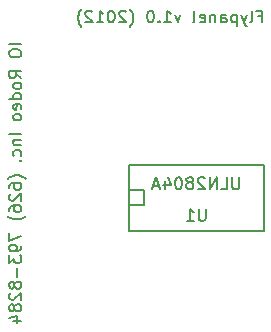
<source format=gbo>
G04 (created by PCBNEW-RS274X (2011-05-25)-stable) date Thu 13 Sep 2012 05:18:50 PM PDT*
G01*
G70*
G90*
%MOIN*%
G04 Gerber Fmt 3.4, Leading zero omitted, Abs format*
%FSLAX34Y34*%
G04 APERTURE LIST*
%ADD10C,0.006000*%
%ADD11C,0.007900*%
%ADD12C,0.008000*%
G04 APERTURE END LIST*
G54D10*
G54D11*
X40316Y-28448D02*
X39922Y-28448D01*
X39922Y-28711D02*
X39922Y-28786D01*
X39941Y-28823D01*
X39979Y-28861D01*
X40054Y-28880D01*
X40185Y-28880D01*
X40260Y-28861D01*
X40298Y-28823D01*
X40316Y-28786D01*
X40316Y-28711D01*
X40298Y-28673D01*
X40260Y-28636D01*
X40185Y-28617D01*
X40054Y-28617D01*
X39979Y-28636D01*
X39941Y-28673D01*
X39922Y-28711D01*
X40316Y-29574D02*
X40129Y-29443D01*
X40316Y-29349D02*
X39922Y-29349D01*
X39922Y-29499D01*
X39941Y-29536D01*
X39960Y-29555D01*
X39998Y-29574D01*
X40054Y-29574D01*
X40091Y-29555D01*
X40110Y-29536D01*
X40129Y-29499D01*
X40129Y-29349D01*
X40316Y-29799D02*
X40298Y-29762D01*
X40279Y-29743D01*
X40241Y-29724D01*
X40129Y-29724D01*
X40091Y-29743D01*
X40073Y-29762D01*
X40054Y-29799D01*
X40054Y-29855D01*
X40073Y-29893D01*
X40091Y-29912D01*
X40129Y-29930D01*
X40241Y-29930D01*
X40279Y-29912D01*
X40298Y-29893D01*
X40316Y-29855D01*
X40316Y-29799D01*
X40316Y-30268D02*
X39922Y-30268D01*
X40298Y-30268D02*
X40316Y-30230D01*
X40316Y-30155D01*
X40298Y-30118D01*
X40279Y-30099D01*
X40241Y-30080D01*
X40129Y-30080D01*
X40091Y-30099D01*
X40073Y-30118D01*
X40054Y-30155D01*
X40054Y-30230D01*
X40073Y-30268D01*
X40298Y-30605D02*
X40316Y-30567D01*
X40316Y-30492D01*
X40298Y-30455D01*
X40260Y-30436D01*
X40110Y-30436D01*
X40073Y-30455D01*
X40054Y-30492D01*
X40054Y-30567D01*
X40073Y-30605D01*
X40110Y-30624D01*
X40148Y-30624D01*
X40185Y-30436D01*
X40316Y-30849D02*
X40298Y-30812D01*
X40279Y-30793D01*
X40241Y-30774D01*
X40129Y-30774D01*
X40091Y-30793D01*
X40073Y-30812D01*
X40054Y-30849D01*
X40054Y-30905D01*
X40073Y-30943D01*
X40091Y-30962D01*
X40129Y-30980D01*
X40241Y-30980D01*
X40279Y-30962D01*
X40298Y-30943D01*
X40316Y-30905D01*
X40316Y-30849D01*
X40316Y-31449D02*
X39922Y-31449D01*
X40054Y-31637D02*
X40316Y-31637D01*
X40091Y-31637D02*
X40073Y-31656D01*
X40054Y-31693D01*
X40054Y-31749D01*
X40073Y-31787D01*
X40110Y-31806D01*
X40316Y-31806D01*
X40298Y-32162D02*
X40316Y-32124D01*
X40316Y-32049D01*
X40298Y-32012D01*
X40279Y-31993D01*
X40241Y-31974D01*
X40129Y-31974D01*
X40091Y-31993D01*
X40073Y-32012D01*
X40054Y-32049D01*
X40054Y-32124D01*
X40073Y-32162D01*
X40279Y-32331D02*
X40298Y-32350D01*
X40316Y-32331D01*
X40298Y-32312D01*
X40279Y-32331D01*
X40316Y-32331D01*
X40467Y-32931D02*
X40448Y-32913D01*
X40392Y-32875D01*
X40354Y-32856D01*
X40298Y-32838D01*
X40204Y-32819D01*
X40129Y-32819D01*
X40035Y-32838D01*
X39979Y-32856D01*
X39941Y-32875D01*
X39885Y-32913D01*
X39866Y-32931D01*
X39922Y-33251D02*
X39922Y-33176D01*
X39941Y-33138D01*
X39960Y-33119D01*
X40016Y-33082D01*
X40091Y-33063D01*
X40241Y-33063D01*
X40279Y-33082D01*
X40298Y-33101D01*
X40316Y-33138D01*
X40316Y-33213D01*
X40298Y-33251D01*
X40279Y-33269D01*
X40241Y-33288D01*
X40148Y-33288D01*
X40110Y-33269D01*
X40091Y-33251D01*
X40073Y-33213D01*
X40073Y-33138D01*
X40091Y-33101D01*
X40110Y-33082D01*
X40148Y-33063D01*
X39960Y-33438D02*
X39941Y-33457D01*
X39922Y-33494D01*
X39922Y-33588D01*
X39941Y-33626D01*
X39960Y-33644D01*
X39998Y-33663D01*
X40035Y-33663D01*
X40091Y-33644D01*
X40316Y-33419D01*
X40316Y-33663D01*
X39922Y-34001D02*
X39922Y-33926D01*
X39941Y-33888D01*
X39960Y-33869D01*
X40016Y-33832D01*
X40091Y-33813D01*
X40241Y-33813D01*
X40279Y-33832D01*
X40298Y-33851D01*
X40316Y-33888D01*
X40316Y-33963D01*
X40298Y-34001D01*
X40279Y-34019D01*
X40241Y-34038D01*
X40148Y-34038D01*
X40110Y-34019D01*
X40091Y-34001D01*
X40073Y-33963D01*
X40073Y-33888D01*
X40091Y-33851D01*
X40110Y-33832D01*
X40148Y-33813D01*
X40467Y-34169D02*
X40448Y-34188D01*
X40392Y-34226D01*
X40354Y-34244D01*
X40298Y-34263D01*
X40204Y-34282D01*
X40129Y-34282D01*
X40035Y-34263D01*
X39979Y-34244D01*
X39941Y-34226D01*
X39885Y-34188D01*
X39866Y-34169D01*
X39922Y-34732D02*
X39922Y-34995D01*
X40316Y-34826D01*
X40316Y-35164D02*
X40316Y-35239D01*
X40298Y-35276D01*
X40279Y-35295D01*
X40223Y-35332D01*
X40148Y-35351D01*
X39998Y-35351D01*
X39960Y-35332D01*
X39941Y-35314D01*
X39922Y-35276D01*
X39922Y-35201D01*
X39941Y-35164D01*
X39960Y-35145D01*
X39998Y-35126D01*
X40091Y-35126D01*
X40129Y-35145D01*
X40148Y-35164D01*
X40166Y-35201D01*
X40166Y-35276D01*
X40148Y-35314D01*
X40129Y-35332D01*
X40091Y-35351D01*
X39922Y-35482D02*
X39922Y-35726D01*
X40073Y-35595D01*
X40073Y-35651D01*
X40091Y-35689D01*
X40110Y-35707D01*
X40148Y-35726D01*
X40241Y-35726D01*
X40279Y-35707D01*
X40298Y-35689D01*
X40316Y-35651D01*
X40316Y-35539D01*
X40298Y-35501D01*
X40279Y-35482D01*
X40166Y-35895D02*
X40166Y-36195D01*
X40091Y-36439D02*
X40073Y-36402D01*
X40054Y-36383D01*
X40016Y-36364D01*
X39998Y-36364D01*
X39960Y-36383D01*
X39941Y-36402D01*
X39922Y-36439D01*
X39922Y-36514D01*
X39941Y-36552D01*
X39960Y-36570D01*
X39998Y-36589D01*
X40016Y-36589D01*
X40054Y-36570D01*
X40073Y-36552D01*
X40091Y-36514D01*
X40091Y-36439D01*
X40110Y-36402D01*
X40129Y-36383D01*
X40166Y-36364D01*
X40241Y-36364D01*
X40279Y-36383D01*
X40298Y-36402D01*
X40316Y-36439D01*
X40316Y-36514D01*
X40298Y-36552D01*
X40279Y-36570D01*
X40241Y-36589D01*
X40166Y-36589D01*
X40129Y-36570D01*
X40110Y-36552D01*
X40091Y-36514D01*
X39960Y-36739D02*
X39941Y-36758D01*
X39922Y-36795D01*
X39922Y-36889D01*
X39941Y-36927D01*
X39960Y-36945D01*
X39998Y-36964D01*
X40035Y-36964D01*
X40091Y-36945D01*
X40316Y-36720D01*
X40316Y-36964D01*
X40091Y-37189D02*
X40073Y-37152D01*
X40054Y-37133D01*
X40016Y-37114D01*
X39998Y-37114D01*
X39960Y-37133D01*
X39941Y-37152D01*
X39922Y-37189D01*
X39922Y-37264D01*
X39941Y-37302D01*
X39960Y-37320D01*
X39998Y-37339D01*
X40016Y-37339D01*
X40054Y-37320D01*
X40073Y-37302D01*
X40091Y-37264D01*
X40091Y-37189D01*
X40110Y-37152D01*
X40129Y-37133D01*
X40166Y-37114D01*
X40241Y-37114D01*
X40279Y-37133D01*
X40298Y-37152D01*
X40316Y-37189D01*
X40316Y-37264D01*
X40298Y-37302D01*
X40279Y-37320D01*
X40241Y-37339D01*
X40166Y-37339D01*
X40129Y-37320D01*
X40110Y-37302D01*
X40091Y-37264D01*
X40054Y-37677D02*
X40316Y-37677D01*
X39904Y-37583D02*
X40185Y-37489D01*
X40185Y-37733D01*
X48211Y-27512D02*
X48342Y-27512D01*
X48342Y-27718D02*
X48342Y-27324D01*
X48155Y-27324D01*
X47948Y-27718D02*
X47985Y-27700D01*
X48004Y-27662D01*
X48004Y-27324D01*
X47836Y-27456D02*
X47742Y-27718D01*
X47648Y-27456D02*
X47742Y-27718D01*
X47779Y-27812D01*
X47798Y-27831D01*
X47836Y-27850D01*
X47498Y-27456D02*
X47498Y-27850D01*
X47498Y-27475D02*
X47461Y-27456D01*
X47386Y-27456D01*
X47348Y-27475D01*
X47329Y-27493D01*
X47311Y-27531D01*
X47311Y-27643D01*
X47329Y-27681D01*
X47348Y-27700D01*
X47386Y-27718D01*
X47461Y-27718D01*
X47498Y-27700D01*
X46973Y-27718D02*
X46973Y-27512D01*
X46992Y-27475D01*
X47030Y-27456D01*
X47105Y-27456D01*
X47142Y-27475D01*
X46973Y-27700D02*
X47011Y-27718D01*
X47105Y-27718D01*
X47142Y-27700D01*
X47161Y-27662D01*
X47161Y-27625D01*
X47142Y-27587D01*
X47105Y-27568D01*
X47011Y-27568D01*
X46973Y-27550D01*
X46786Y-27456D02*
X46786Y-27718D01*
X46786Y-27493D02*
X46767Y-27475D01*
X46730Y-27456D01*
X46674Y-27456D01*
X46636Y-27475D01*
X46617Y-27512D01*
X46617Y-27718D01*
X46280Y-27700D02*
X46318Y-27718D01*
X46393Y-27718D01*
X46430Y-27700D01*
X46449Y-27662D01*
X46449Y-27512D01*
X46430Y-27475D01*
X46393Y-27456D01*
X46318Y-27456D01*
X46280Y-27475D01*
X46261Y-27512D01*
X46261Y-27550D01*
X46449Y-27587D01*
X46036Y-27718D02*
X46073Y-27700D01*
X46092Y-27662D01*
X46092Y-27324D01*
X45624Y-27456D02*
X45530Y-27718D01*
X45436Y-27456D01*
X45080Y-27718D02*
X45305Y-27718D01*
X45192Y-27718D02*
X45192Y-27324D01*
X45230Y-27381D01*
X45267Y-27418D01*
X45305Y-27437D01*
X44911Y-27681D02*
X44892Y-27700D01*
X44911Y-27718D01*
X44930Y-27700D01*
X44911Y-27681D01*
X44911Y-27718D01*
X44648Y-27324D02*
X44611Y-27324D01*
X44573Y-27343D01*
X44554Y-27362D01*
X44536Y-27400D01*
X44517Y-27475D01*
X44517Y-27568D01*
X44536Y-27643D01*
X44554Y-27681D01*
X44573Y-27700D01*
X44611Y-27718D01*
X44648Y-27718D01*
X44686Y-27700D01*
X44704Y-27681D01*
X44723Y-27643D01*
X44742Y-27568D01*
X44742Y-27475D01*
X44723Y-27400D01*
X44704Y-27362D01*
X44686Y-27343D01*
X44648Y-27324D01*
X43936Y-27869D02*
X43954Y-27850D01*
X43992Y-27794D01*
X44011Y-27756D01*
X44029Y-27700D01*
X44048Y-27606D01*
X44048Y-27531D01*
X44029Y-27437D01*
X44011Y-27381D01*
X43992Y-27343D01*
X43954Y-27287D01*
X43936Y-27268D01*
X43804Y-27362D02*
X43785Y-27343D01*
X43748Y-27324D01*
X43654Y-27324D01*
X43616Y-27343D01*
X43598Y-27362D01*
X43579Y-27400D01*
X43579Y-27437D01*
X43598Y-27493D01*
X43823Y-27718D01*
X43579Y-27718D01*
X43335Y-27324D02*
X43298Y-27324D01*
X43260Y-27343D01*
X43241Y-27362D01*
X43223Y-27400D01*
X43204Y-27475D01*
X43204Y-27568D01*
X43223Y-27643D01*
X43241Y-27681D01*
X43260Y-27700D01*
X43298Y-27718D01*
X43335Y-27718D01*
X43373Y-27700D01*
X43391Y-27681D01*
X43410Y-27643D01*
X43429Y-27568D01*
X43429Y-27475D01*
X43410Y-27400D01*
X43391Y-27362D01*
X43373Y-27343D01*
X43335Y-27324D01*
X42829Y-27718D02*
X43054Y-27718D01*
X42941Y-27718D02*
X42941Y-27324D01*
X42979Y-27381D01*
X43016Y-27418D01*
X43054Y-27437D01*
X42679Y-27362D02*
X42660Y-27343D01*
X42623Y-27324D01*
X42529Y-27324D01*
X42491Y-27343D01*
X42473Y-27362D01*
X42454Y-27400D01*
X42454Y-27437D01*
X42473Y-27493D01*
X42698Y-27718D01*
X42454Y-27718D01*
X42323Y-27869D02*
X42304Y-27850D01*
X42266Y-27794D01*
X42248Y-27756D01*
X42229Y-27700D01*
X42210Y-27606D01*
X42210Y-27531D01*
X42229Y-27437D01*
X42248Y-27381D01*
X42266Y-27343D01*
X42304Y-27287D01*
X42323Y-27268D01*
G54D12*
X43911Y-32463D02*
X48411Y-32463D01*
X43911Y-34663D02*
X48411Y-34663D01*
X48411Y-32463D02*
X48411Y-34663D01*
X43911Y-34663D02*
X43911Y-32463D01*
X43911Y-33813D02*
X44411Y-33813D01*
X44411Y-33813D02*
X44411Y-33313D01*
X44411Y-33313D02*
X43911Y-33313D01*
X46466Y-33925D02*
X46466Y-34249D01*
X46447Y-34287D01*
X46428Y-34306D01*
X46390Y-34325D01*
X46313Y-34325D01*
X46275Y-34306D01*
X46256Y-34287D01*
X46237Y-34249D01*
X46237Y-33925D01*
X45837Y-34325D02*
X46066Y-34325D01*
X45952Y-34325D02*
X45952Y-33925D01*
X45990Y-33982D01*
X46028Y-34020D01*
X46066Y-34039D01*
X47580Y-32875D02*
X47580Y-33199D01*
X47561Y-33237D01*
X47542Y-33256D01*
X47504Y-33275D01*
X47427Y-33275D01*
X47389Y-33256D01*
X47370Y-33237D01*
X47351Y-33199D01*
X47351Y-32875D01*
X46970Y-33275D02*
X47161Y-33275D01*
X47161Y-32875D01*
X46837Y-33275D02*
X46837Y-32875D01*
X46608Y-33275D01*
X46608Y-32875D01*
X46437Y-32913D02*
X46418Y-32894D01*
X46380Y-32875D01*
X46284Y-32875D01*
X46246Y-32894D01*
X46227Y-32913D01*
X46208Y-32951D01*
X46208Y-32989D01*
X46227Y-33046D01*
X46456Y-33275D01*
X46208Y-33275D01*
X45980Y-33046D02*
X46018Y-33027D01*
X46037Y-33008D01*
X46056Y-32970D01*
X46056Y-32951D01*
X46037Y-32913D01*
X46018Y-32894D01*
X45980Y-32875D01*
X45903Y-32875D01*
X45865Y-32894D01*
X45846Y-32913D01*
X45827Y-32951D01*
X45827Y-32970D01*
X45846Y-33008D01*
X45865Y-33027D01*
X45903Y-33046D01*
X45980Y-33046D01*
X46018Y-33065D01*
X46037Y-33084D01*
X46056Y-33123D01*
X46056Y-33199D01*
X46037Y-33237D01*
X46018Y-33256D01*
X45980Y-33275D01*
X45903Y-33275D01*
X45865Y-33256D01*
X45846Y-33237D01*
X45827Y-33199D01*
X45827Y-33123D01*
X45846Y-33084D01*
X45865Y-33065D01*
X45903Y-33046D01*
X45580Y-32875D02*
X45541Y-32875D01*
X45503Y-32894D01*
X45484Y-32913D01*
X45465Y-32951D01*
X45446Y-33027D01*
X45446Y-33123D01*
X45465Y-33199D01*
X45484Y-33237D01*
X45503Y-33256D01*
X45541Y-33275D01*
X45580Y-33275D01*
X45618Y-33256D01*
X45637Y-33237D01*
X45656Y-33199D01*
X45675Y-33123D01*
X45675Y-33027D01*
X45656Y-32951D01*
X45637Y-32913D01*
X45618Y-32894D01*
X45580Y-32875D01*
X45103Y-33008D02*
X45103Y-33275D01*
X45199Y-32856D02*
X45294Y-33142D01*
X45046Y-33142D01*
X44913Y-33161D02*
X44722Y-33161D01*
X44951Y-33275D02*
X44818Y-32875D01*
X44684Y-33275D01*
M02*

</source>
